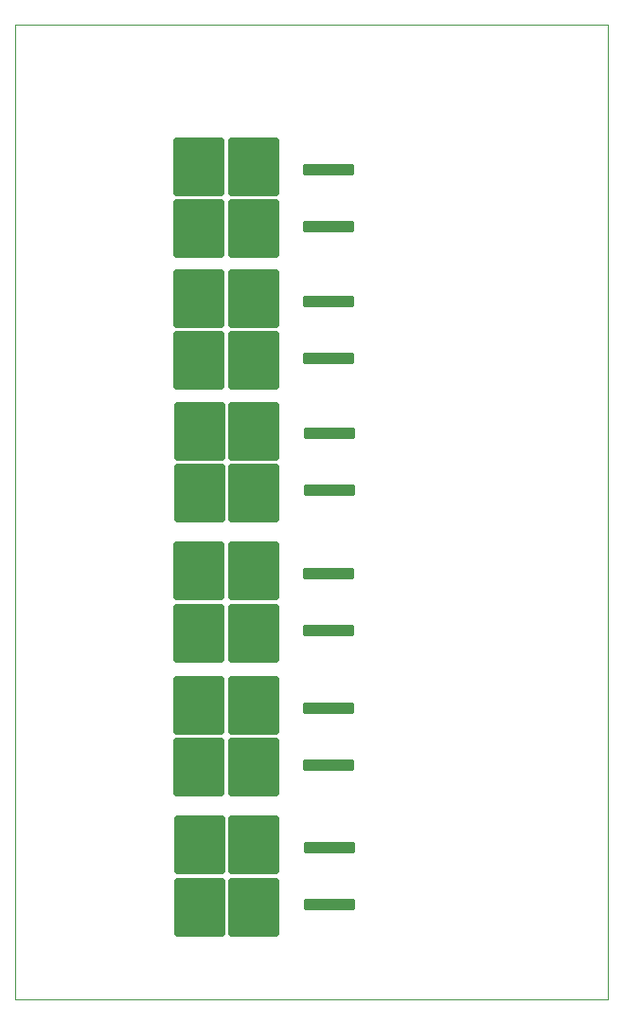
<source format=gbr>
G04 #@! TF.GenerationSoftware,KiCad,Pcbnew,7.0.1*
G04 #@! TF.CreationDate,2023-05-01T09:03:27-07:00*
G04 #@! TF.ProjectId,xt60_array,78743630-5f61-4727-9261-792e6b696361,rev?*
G04 #@! TF.SameCoordinates,Original*
G04 #@! TF.FileFunction,Paste,Top*
G04 #@! TF.FilePolarity,Positive*
%FSLAX46Y46*%
G04 Gerber Fmt 4.6, Leading zero omitted, Abs format (unit mm)*
G04 Created by KiCad (PCBNEW 7.0.1) date 2023-05-01 09:03:27*
%MOMM*%
%LPD*%
G01*
G04 APERTURE LIST*
G04 Aperture macros list*
%AMRoundRect*
0 Rectangle with rounded corners*
0 $1 Rounding radius*
0 $2 $3 $4 $5 $6 $7 $8 $9 X,Y pos of 4 corners*
0 Add a 4 corners polygon primitive as box body*
4,1,4,$2,$3,$4,$5,$6,$7,$8,$9,$2,$3,0*
0 Add four circle primitives for the rounded corners*
1,1,$1+$1,$2,$3*
1,1,$1+$1,$4,$5*
1,1,$1+$1,$6,$7*
1,1,$1+$1,$8,$9*
0 Add four rect primitives between the rounded corners*
20,1,$1+$1,$2,$3,$4,$5,0*
20,1,$1+$1,$4,$5,$6,$7,0*
20,1,$1+$1,$6,$7,$8,$9,0*
20,1,$1+$1,$8,$9,$2,$3,0*%
G04 Aperture macros list end*
%ADD10RoundRect,0.250000X2.025000X2.375000X-2.025000X2.375000X-2.025000X-2.375000X2.025000X-2.375000X0*%
%ADD11RoundRect,0.275000X2.025000X0.275000X-2.025000X0.275000X-2.025000X-0.275000X2.025000X-0.275000X0*%
G04 #@! TA.AperFunction,Profile*
%ADD12C,0.100000*%
G04 #@! TD*
G04 APERTURE END LIST*
D10*
X163325000Y-131775000D03*
X163325000Y-126225000D03*
X158475000Y-131775000D03*
X158475000Y-126225000D03*
D11*
X170050000Y-131540000D03*
X170050000Y-126460000D03*
D10*
X163275000Y-107315000D03*
X163275000Y-101765000D03*
X158425000Y-107315000D03*
X158425000Y-101765000D03*
D11*
X170000000Y-107080000D03*
X170000000Y-102000000D03*
D10*
X163275000Y-71235000D03*
X163275000Y-65685000D03*
X158425000Y-71235000D03*
X158425000Y-65685000D03*
D11*
X170000000Y-71000000D03*
X170000000Y-65920000D03*
D10*
X163275000Y-119315000D03*
X163275000Y-113765000D03*
X158425000Y-119315000D03*
X158425000Y-113765000D03*
D11*
X170000000Y-119080000D03*
X170000000Y-114000000D03*
D10*
X163275000Y-83000000D03*
X163275000Y-77450000D03*
X158425000Y-83000000D03*
X158425000Y-77450000D03*
D11*
X170000000Y-82765000D03*
X170000000Y-77685000D03*
D10*
X163325000Y-94825000D03*
X163325000Y-89275000D03*
X158475000Y-94825000D03*
X158475000Y-89275000D03*
D11*
X170050000Y-94590000D03*
X170050000Y-89510000D03*
D12*
X142000000Y-53000000D02*
X195000000Y-53000000D01*
X195000000Y-140000000D01*
X142000000Y-140000000D01*
X142000000Y-53000000D01*
M02*

</source>
